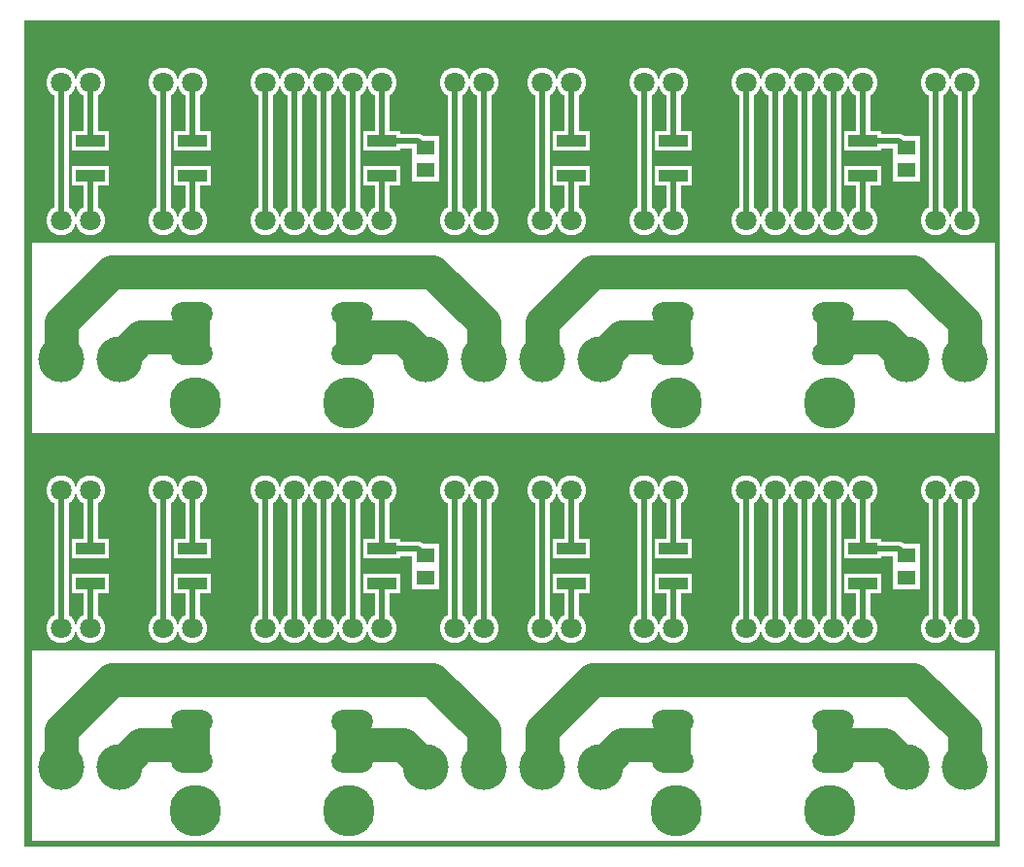
<source format=gbr>
%FSLAX34Y34*%
%MOMM*%
%LNCOPPER_TOP*%
G71*
G01*
%ADD10C, 2.60*%
%ADD11R, 3.30X1.80*%
%ADD12C, 1.30*%
%ADD13C, 5.30*%
%ADD14C, 2.80*%
%ADD15C, 4.80*%
%ADD16C, 3.80*%
%ADD17C, 0.10*%
%ADD18R, 2.40X2.10*%
%ADD19C, 1.80*%
%ADD20R, 2.50X1.00*%
%ADD21C, 0.50*%
%ADD22C, 4.50*%
%ADD23C, 2.00*%
%ADD24C, 4.00*%
%ADD25C, 3.00*%
%ADD26R, 1.60X1.30*%
%LPD*%
G36*
X0Y1000000D02*
X850000Y1000000D01*
X850000Y280000D01*
X0Y280000D01*
X0Y1000000D01*
G37*
%LPC*%
X209550Y946150D02*
G54D10*
D03*
X234950Y946150D02*
G54D10*
D03*
X260350Y946150D02*
G54D10*
D03*
X285750Y946150D02*
G54D10*
D03*
X311150Y946150D02*
G54D10*
D03*
X31750Y946150D02*
G54D10*
D03*
X57150Y946150D02*
G54D10*
D03*
X120650Y946150D02*
G54D10*
D03*
X146050Y946150D02*
G54D10*
D03*
X374650Y946150D02*
G54D10*
D03*
X400050Y946150D02*
G54D10*
D03*
X209550Y825500D02*
G54D10*
D03*
X234950Y825500D02*
G54D10*
D03*
X260350Y825500D02*
G54D10*
D03*
X285750Y825500D02*
G54D10*
D03*
X311150Y825500D02*
G54D10*
D03*
X31750Y825500D02*
G54D10*
D03*
X57150Y825500D02*
G54D10*
D03*
X120650Y825500D02*
G54D10*
D03*
X146050Y825500D02*
G54D10*
D03*
X374650Y825500D02*
G54D10*
D03*
X400050Y825500D02*
G54D10*
D03*
X146050Y895350D02*
G54D11*
D03*
X146050Y864791D02*
G54D11*
D03*
X57150Y895350D02*
G54D11*
D03*
X57150Y864791D02*
G54D11*
D03*
X311150Y895350D02*
G54D11*
D03*
X311150Y864791D02*
G54D11*
D03*
G54D12*
X374650Y946150D02*
X374650Y825500D01*
G54D12*
X400050Y946150D02*
X400050Y825500D01*
G54D12*
X120650Y946150D02*
X120650Y825500D01*
G54D12*
X31750Y946150D02*
X31750Y825500D01*
G54D12*
X209550Y946150D02*
X209550Y825500D01*
G54D12*
X234950Y946150D02*
X234950Y825500D01*
G54D12*
X260350Y946150D02*
X260350Y825500D01*
G54D12*
X285750Y946150D02*
X285750Y825500D01*
G54D12*
X146050Y946150D02*
X146050Y895350D01*
G54D12*
X146050Y864791D02*
X146050Y825500D01*
G54D12*
X57150Y946150D02*
X57150Y895350D01*
G54D12*
X57150Y864791D02*
X57150Y825500D01*
G54D12*
X311150Y946150D02*
X311150Y895350D01*
G54D12*
X311150Y864791D02*
X311150Y825500D01*
X149225Y666750D02*
G54D13*
D03*
X282575Y666750D02*
G54D13*
D03*
X138112Y744538D02*
G54D14*
D03*
X139700Y744538D02*
G54D14*
D03*
X141288Y744538D02*
G54D14*
D03*
X142875Y744538D02*
G54D14*
D03*
X144462Y744538D02*
G54D14*
D03*
X146050Y744538D02*
G54D14*
D03*
X147638Y744538D02*
G54D14*
D03*
X149225Y744538D02*
G54D14*
D03*
X150812Y744538D02*
G54D14*
D03*
X152400Y744538D02*
G54D14*
D03*
X153988Y744538D02*
G54D14*
D03*
X138112Y709612D02*
G54D14*
D03*
X139700Y709612D02*
G54D14*
D03*
X141288Y709612D02*
G54D14*
D03*
X142875Y709612D02*
G54D14*
D03*
X144462Y709612D02*
G54D14*
D03*
X146050Y709612D02*
G54D14*
D03*
X147638Y709612D02*
G54D14*
D03*
X149225Y709612D02*
G54D14*
D03*
X150812Y709612D02*
G54D14*
D03*
X152400Y709612D02*
G54D14*
D03*
X153988Y709612D02*
G54D14*
D03*
X277812Y744538D02*
G54D14*
D03*
X279400Y744538D02*
G54D14*
D03*
X280988Y744538D02*
G54D14*
D03*
X282575Y744538D02*
G54D14*
D03*
X284162Y744538D02*
G54D14*
D03*
X285750Y744538D02*
G54D14*
D03*
X287338Y744538D02*
G54D14*
D03*
X288925Y744538D02*
G54D14*
D03*
X290512Y744538D02*
G54D14*
D03*
X292100Y744538D02*
G54D14*
D03*
X293688Y744538D02*
G54D14*
D03*
X279400Y709612D02*
G54D14*
D03*
X277812Y709612D02*
G54D14*
D03*
X280988Y709612D02*
G54D14*
D03*
X282575Y709612D02*
G54D14*
D03*
X284162Y709612D02*
G54D14*
D03*
X285750Y709612D02*
G54D14*
D03*
X287338Y709612D02*
G54D14*
D03*
X288925Y709612D02*
G54D14*
D03*
X290512Y709612D02*
G54D14*
D03*
X292100Y709612D02*
G54D14*
D03*
X293688Y709612D02*
G54D14*
D03*
X349250Y704850D02*
G54D15*
D03*
X400050Y704850D02*
G54D15*
D03*
X31750Y704850D02*
G54D15*
D03*
X82550Y704850D02*
G54D15*
D03*
G54D16*
X146050Y736600D02*
X146050Y717550D01*
G54D16*
X285750Y736600D02*
X285750Y717550D01*
G54D16*
X82550Y704850D02*
X101600Y723900D01*
X139700Y723900D01*
G54D16*
X349250Y704850D02*
X330200Y723900D01*
X292100Y723900D01*
G54D16*
X31750Y704850D02*
X31750Y736600D01*
X76200Y781050D01*
X355600Y781050D01*
X400050Y736600D01*
X400050Y704850D01*
G36*
X6350Y641350D02*
X425450Y641350D01*
X425450Y806450D01*
X6350Y806450D01*
X6350Y641350D01*
G37*
G54D17*
X6350Y641350D02*
X425450Y641350D01*
X425450Y806450D01*
X6350Y806450D01*
X6350Y641350D01*
X349250Y889000D02*
G54D18*
D03*
X349250Y870000D02*
G54D18*
D03*
G36*
X340250Y878950D02*
X358250Y878950D01*
X358250Y860950D01*
X340250Y860950D01*
X340250Y878950D01*
G37*
G54D12*
X311150Y895350D02*
X342900Y895350D01*
X349250Y889000D01*
X628650Y946150D02*
G54D10*
D03*
X654050Y946150D02*
G54D10*
D03*
X679450Y946150D02*
G54D10*
D03*
X704850Y946150D02*
G54D10*
D03*
X730250Y946150D02*
G54D10*
D03*
X450850Y946150D02*
G54D10*
D03*
X476250Y946150D02*
G54D10*
D03*
X539750Y946150D02*
G54D10*
D03*
X565150Y946150D02*
G54D10*
D03*
X793750Y946150D02*
G54D10*
D03*
X819150Y946150D02*
G54D10*
D03*
X628650Y825500D02*
G54D10*
D03*
X654050Y825500D02*
G54D10*
D03*
X679450Y825500D02*
G54D10*
D03*
X704850Y825500D02*
G54D10*
D03*
X730250Y825500D02*
G54D10*
D03*
X450850Y825500D02*
G54D10*
D03*
X476250Y825500D02*
G54D10*
D03*
X539750Y825500D02*
G54D10*
D03*
X565150Y825500D02*
G54D10*
D03*
X793750Y825500D02*
G54D10*
D03*
X819150Y825500D02*
G54D10*
D03*
X565150Y895350D02*
G54D11*
D03*
X565150Y864791D02*
G54D11*
D03*
X476250Y895350D02*
G54D11*
D03*
X476250Y864791D02*
G54D11*
D03*
X730250Y895350D02*
G54D11*
D03*
X730250Y864791D02*
G54D11*
D03*
G54D12*
X793750Y946150D02*
X793750Y825500D01*
G54D12*
X819150Y946150D02*
X819150Y825500D01*
G54D12*
X539750Y946150D02*
X539750Y825500D01*
G54D12*
X450850Y946150D02*
X450850Y825500D01*
G54D12*
X628650Y946150D02*
X628650Y825500D01*
G54D12*
X654050Y946150D02*
X654050Y825500D01*
G54D12*
X679450Y946150D02*
X679450Y825500D01*
G54D12*
X704850Y946150D02*
X704850Y825500D01*
G54D12*
X565150Y946150D02*
X565150Y895350D01*
G54D12*
X565150Y864791D02*
X565150Y825500D01*
G54D12*
X476250Y946150D02*
X476250Y895350D01*
G54D12*
X476250Y864791D02*
X476250Y825500D01*
G54D12*
X730250Y946150D02*
X730250Y895350D01*
G54D12*
X730250Y864791D02*
X730250Y825500D01*
X568325Y666750D02*
G54D13*
D03*
X701675Y666750D02*
G54D13*
D03*
X557212Y744538D02*
G54D14*
D03*
X558800Y744538D02*
G54D14*
D03*
X560388Y744538D02*
G54D14*
D03*
X561975Y744538D02*
G54D14*
D03*
X563562Y744538D02*
G54D14*
D03*
X565150Y744538D02*
G54D14*
D03*
X566738Y744538D02*
G54D14*
D03*
X568325Y744538D02*
G54D14*
D03*
X569912Y744538D02*
G54D14*
D03*
X571500Y744538D02*
G54D14*
D03*
X573088Y744538D02*
G54D14*
D03*
X557212Y709612D02*
G54D14*
D03*
X558800Y709612D02*
G54D14*
D03*
X560388Y709612D02*
G54D14*
D03*
X561975Y709612D02*
G54D14*
D03*
X563562Y709612D02*
G54D14*
D03*
X565150Y709612D02*
G54D14*
D03*
X566738Y709612D02*
G54D14*
D03*
X568325Y709612D02*
G54D14*
D03*
X569912Y709612D02*
G54D14*
D03*
X571500Y709612D02*
G54D14*
D03*
X573088Y709612D02*
G54D14*
D03*
X696912Y744538D02*
G54D14*
D03*
X698500Y744538D02*
G54D14*
D03*
X700088Y744538D02*
G54D14*
D03*
X701675Y744538D02*
G54D14*
D03*
X703262Y744538D02*
G54D14*
D03*
X704850Y744538D02*
G54D14*
D03*
X706438Y744538D02*
G54D14*
D03*
X708025Y744538D02*
G54D14*
D03*
X709612Y744538D02*
G54D14*
D03*
X711200Y744538D02*
G54D14*
D03*
X712788Y744538D02*
G54D14*
D03*
X698500Y709612D02*
G54D14*
D03*
X696912Y709612D02*
G54D14*
D03*
X700088Y709612D02*
G54D14*
D03*
X701675Y709612D02*
G54D14*
D03*
X703262Y709612D02*
G54D14*
D03*
X704850Y709612D02*
G54D14*
D03*
X706438Y709612D02*
G54D14*
D03*
X708025Y709612D02*
G54D14*
D03*
X709612Y709612D02*
G54D14*
D03*
X711200Y709612D02*
G54D14*
D03*
X712788Y709612D02*
G54D14*
D03*
X768350Y704850D02*
G54D15*
D03*
X819150Y704850D02*
G54D15*
D03*
X450850Y704850D02*
G54D15*
D03*
X501650Y704850D02*
G54D15*
D03*
G54D16*
X565150Y736600D02*
X565150Y717550D01*
G54D16*
X704850Y736600D02*
X704850Y717550D01*
G54D16*
X501650Y704850D02*
X520700Y723900D01*
X558800Y723900D01*
G54D16*
X768350Y704850D02*
X749300Y723900D01*
X711200Y723900D01*
G54D16*
X450850Y704850D02*
X450850Y736600D01*
X495300Y781050D01*
X774700Y781050D01*
X819150Y736600D01*
X819150Y704850D01*
G36*
X425450Y641350D02*
X844550Y641350D01*
X844550Y806450D01*
X425450Y806450D01*
X425450Y641350D01*
G37*
G54D17*
X425450Y641350D02*
X844550Y641350D01*
X844550Y806450D01*
X425450Y806450D01*
X425450Y641350D01*
X768350Y889000D02*
G54D18*
D03*
X768350Y870000D02*
G54D18*
D03*
G36*
X759350Y878950D02*
X777350Y878950D01*
X777350Y860950D01*
X759350Y860950D01*
X759350Y878950D01*
G37*
G54D12*
X730250Y895350D02*
X762000Y895350D01*
X768350Y889000D01*
X209550Y590550D02*
G54D10*
D03*
X234950Y590550D02*
G54D10*
D03*
X260350Y590550D02*
G54D10*
D03*
X285750Y590550D02*
G54D10*
D03*
X311150Y590550D02*
G54D10*
D03*
X31750Y590550D02*
G54D10*
D03*
X57150Y590550D02*
G54D10*
D03*
X120650Y590550D02*
G54D10*
D03*
X146050Y590550D02*
G54D10*
D03*
X374650Y590550D02*
G54D10*
D03*
X400050Y590550D02*
G54D10*
D03*
X209550Y469900D02*
G54D10*
D03*
X234950Y469900D02*
G54D10*
D03*
X260350Y469900D02*
G54D10*
D03*
X285750Y469900D02*
G54D10*
D03*
X311150Y469900D02*
G54D10*
D03*
X31750Y469900D02*
G54D10*
D03*
X57150Y469900D02*
G54D10*
D03*
X120650Y469900D02*
G54D10*
D03*
X146050Y469900D02*
G54D10*
D03*
X374650Y469900D02*
G54D10*
D03*
X400050Y469900D02*
G54D10*
D03*
X146050Y539750D02*
G54D11*
D03*
X146050Y509191D02*
G54D11*
D03*
X57150Y539750D02*
G54D11*
D03*
X57150Y509191D02*
G54D11*
D03*
X311150Y539750D02*
G54D11*
D03*
X311150Y509191D02*
G54D11*
D03*
G54D12*
X374650Y590550D02*
X374650Y469900D01*
G54D12*
X400050Y590550D02*
X400050Y469900D01*
G54D12*
X120650Y590550D02*
X120650Y469900D01*
G54D12*
X31750Y590550D02*
X31750Y469900D01*
G54D12*
X209550Y590550D02*
X209550Y469900D01*
G54D12*
X234950Y590550D02*
X234950Y469900D01*
G54D12*
X260350Y590550D02*
X260350Y469900D01*
G54D12*
X285750Y590550D02*
X285750Y469900D01*
G54D12*
X146050Y590550D02*
X146050Y539750D01*
G54D12*
X146050Y509191D02*
X146050Y469900D01*
G54D12*
X57150Y590550D02*
X57150Y539750D01*
G54D12*
X57150Y509191D02*
X57150Y469900D01*
G54D12*
X311150Y590550D02*
X311150Y539750D01*
G54D12*
X311150Y509191D02*
X311150Y469900D01*
X149225Y311150D02*
G54D13*
D03*
X282575Y311150D02*
G54D13*
D03*
X138112Y388938D02*
G54D14*
D03*
X139700Y388938D02*
G54D14*
D03*
X141288Y388938D02*
G54D14*
D03*
X142875Y388938D02*
G54D14*
D03*
X144462Y388938D02*
G54D14*
D03*
X146050Y388938D02*
G54D14*
D03*
X147638Y388938D02*
G54D14*
D03*
X149225Y388938D02*
G54D14*
D03*
X150812Y388938D02*
G54D14*
D03*
X152400Y388938D02*
G54D14*
D03*
X153988Y388938D02*
G54D14*
D03*
X138112Y354012D02*
G54D14*
D03*
X139700Y354012D02*
G54D14*
D03*
X141288Y354012D02*
G54D14*
D03*
X142875Y354012D02*
G54D14*
D03*
X144462Y354012D02*
G54D14*
D03*
X146050Y354012D02*
G54D14*
D03*
X147638Y354012D02*
G54D14*
D03*
X149225Y354012D02*
G54D14*
D03*
X150812Y354012D02*
G54D14*
D03*
X152400Y354012D02*
G54D14*
D03*
X153988Y354012D02*
G54D14*
D03*
X277812Y388938D02*
G54D14*
D03*
X279400Y388938D02*
G54D14*
D03*
X280988Y388938D02*
G54D14*
D03*
X282575Y388938D02*
G54D14*
D03*
X284162Y388938D02*
G54D14*
D03*
X285750Y388938D02*
G54D14*
D03*
X287338Y388938D02*
G54D14*
D03*
X288925Y388938D02*
G54D14*
D03*
X290512Y388938D02*
G54D14*
D03*
X292100Y388938D02*
G54D14*
D03*
X293688Y388938D02*
G54D14*
D03*
X279400Y354012D02*
G54D14*
D03*
X277812Y354012D02*
G54D14*
D03*
X280988Y354012D02*
G54D14*
D03*
X282575Y354012D02*
G54D14*
D03*
X284162Y354012D02*
G54D14*
D03*
X285750Y354012D02*
G54D14*
D03*
X287338Y354012D02*
G54D14*
D03*
X288925Y354012D02*
G54D14*
D03*
X290512Y354012D02*
G54D14*
D03*
X292100Y354012D02*
G54D14*
D03*
X293688Y354012D02*
G54D14*
D03*
X349250Y349250D02*
G54D15*
D03*
X400050Y349250D02*
G54D15*
D03*
X31750Y349250D02*
G54D15*
D03*
X82550Y349250D02*
G54D15*
D03*
G54D16*
X146050Y381000D02*
X146050Y361950D01*
G54D16*
X285750Y381000D02*
X285750Y361950D01*
G54D16*
X82550Y349250D02*
X101600Y368300D01*
X139700Y368300D01*
G54D16*
X349250Y349250D02*
X330200Y368300D01*
X292100Y368300D01*
G54D16*
X31750Y349250D02*
X31750Y381000D01*
X76200Y425450D01*
X355600Y425450D01*
X400050Y381000D01*
X400050Y349250D01*
G36*
X6350Y285750D02*
X425450Y285750D01*
X425450Y450850D01*
X6350Y450850D01*
X6350Y285750D01*
G37*
G54D17*
X6350Y285750D02*
X425450Y285750D01*
X425450Y450850D01*
X6350Y450850D01*
X6350Y285750D01*
X349250Y533400D02*
G54D18*
D03*
X349250Y514400D02*
G54D18*
D03*
G36*
X340250Y523350D02*
X358250Y523350D01*
X358250Y505350D01*
X340250Y505350D01*
X340250Y523350D01*
G37*
G54D12*
X311150Y539750D02*
X342900Y539750D01*
X349250Y533400D01*
X628650Y590550D02*
G54D10*
D03*
X654050Y590550D02*
G54D10*
D03*
X679450Y590550D02*
G54D10*
D03*
X704850Y590550D02*
G54D10*
D03*
X730250Y590550D02*
G54D10*
D03*
X450850Y590550D02*
G54D10*
D03*
X476250Y590550D02*
G54D10*
D03*
X539750Y590550D02*
G54D10*
D03*
X565150Y590550D02*
G54D10*
D03*
X793750Y590550D02*
G54D10*
D03*
X819150Y590550D02*
G54D10*
D03*
X628650Y469900D02*
G54D10*
D03*
X654050Y469900D02*
G54D10*
D03*
X679450Y469900D02*
G54D10*
D03*
X704850Y469900D02*
G54D10*
D03*
X730250Y469900D02*
G54D10*
D03*
X450850Y469900D02*
G54D10*
D03*
X476250Y469900D02*
G54D10*
D03*
X539750Y469900D02*
G54D10*
D03*
X565150Y469900D02*
G54D10*
D03*
X793750Y469900D02*
G54D10*
D03*
X819150Y469900D02*
G54D10*
D03*
X565150Y539750D02*
G54D11*
D03*
X565150Y509191D02*
G54D11*
D03*
X476250Y539750D02*
G54D11*
D03*
X476250Y509191D02*
G54D11*
D03*
X730250Y539750D02*
G54D11*
D03*
X730250Y509191D02*
G54D11*
D03*
G54D12*
X793750Y590550D02*
X793750Y469900D01*
G54D12*
X819150Y590550D02*
X819150Y469900D01*
G54D12*
X539750Y590550D02*
X539750Y469900D01*
G54D12*
X450850Y590550D02*
X450850Y469900D01*
G54D12*
X628650Y590550D02*
X628650Y469900D01*
G54D12*
X654050Y590550D02*
X654050Y469900D01*
G54D12*
X679450Y590550D02*
X679450Y469900D01*
G54D12*
X704850Y590550D02*
X704850Y469900D01*
G54D12*
X565150Y590550D02*
X565150Y539750D01*
G54D12*
X565150Y509191D02*
X565150Y469900D01*
G54D12*
X476250Y590550D02*
X476250Y539750D01*
G54D12*
X476250Y509191D02*
X476250Y469900D01*
G54D12*
X730250Y590550D02*
X730250Y539750D01*
G54D12*
X730250Y509191D02*
X730250Y469900D01*
X568325Y311150D02*
G54D13*
D03*
X701675Y311150D02*
G54D13*
D03*
X557212Y388938D02*
G54D14*
D03*
X558800Y388938D02*
G54D14*
D03*
X560388Y388938D02*
G54D14*
D03*
X561975Y388938D02*
G54D14*
D03*
X563562Y388938D02*
G54D14*
D03*
X565150Y388938D02*
G54D14*
D03*
X566738Y388938D02*
G54D14*
D03*
X568325Y388938D02*
G54D14*
D03*
X569912Y388938D02*
G54D14*
D03*
X571500Y388938D02*
G54D14*
D03*
X573088Y388938D02*
G54D14*
D03*
X557212Y354012D02*
G54D14*
D03*
X558800Y354012D02*
G54D14*
D03*
X560388Y354012D02*
G54D14*
D03*
X561975Y354012D02*
G54D14*
D03*
X563562Y354012D02*
G54D14*
D03*
X565150Y354012D02*
G54D14*
D03*
X566738Y354012D02*
G54D14*
D03*
X568325Y354012D02*
G54D14*
D03*
X569912Y354012D02*
G54D14*
D03*
X571500Y354012D02*
G54D14*
D03*
X573088Y354012D02*
G54D14*
D03*
X696912Y388938D02*
G54D14*
D03*
X698500Y388938D02*
G54D14*
D03*
X700088Y388938D02*
G54D14*
D03*
X701675Y388938D02*
G54D14*
D03*
X703262Y388938D02*
G54D14*
D03*
X704850Y388938D02*
G54D14*
D03*
X706438Y388938D02*
G54D14*
D03*
X708025Y388938D02*
G54D14*
D03*
X709612Y388938D02*
G54D14*
D03*
X711200Y388938D02*
G54D14*
D03*
X712788Y388938D02*
G54D14*
D03*
X698500Y354012D02*
G54D14*
D03*
X696912Y354012D02*
G54D14*
D03*
X700088Y354012D02*
G54D14*
D03*
X701675Y354012D02*
G54D14*
D03*
X703262Y354012D02*
G54D14*
D03*
X704850Y354012D02*
G54D14*
D03*
X706438Y354012D02*
G54D14*
D03*
X708025Y354012D02*
G54D14*
D03*
X709612Y354012D02*
G54D14*
D03*
X711200Y354012D02*
G54D14*
D03*
X712788Y354012D02*
G54D14*
D03*
X768350Y349250D02*
G54D15*
D03*
X819150Y349250D02*
G54D15*
D03*
X450850Y349250D02*
G54D15*
D03*
X501650Y349250D02*
G54D15*
D03*
G54D16*
X565150Y381000D02*
X565150Y361950D01*
G54D16*
X704850Y381000D02*
X704850Y361950D01*
G54D16*
X501650Y349250D02*
X520700Y368300D01*
X558800Y368300D01*
G54D16*
X768350Y349250D02*
X749300Y368300D01*
X711200Y368300D01*
G54D16*
X450850Y349250D02*
X450850Y381000D01*
X495300Y425450D01*
X774700Y425450D01*
X819150Y381000D01*
X819150Y349250D01*
G36*
X425450Y285750D02*
X844550Y285750D01*
X844550Y450850D01*
X425450Y450850D01*
X425450Y285750D01*
G37*
G54D17*
X425450Y285750D02*
X844550Y285750D01*
X844550Y450850D01*
X425450Y450850D01*
X425450Y285750D01*
X768350Y533400D02*
G54D18*
D03*
X768350Y514400D02*
G54D18*
D03*
G36*
X759350Y523350D02*
X777350Y523350D01*
X777350Y505350D01*
X759350Y505350D01*
X759350Y523350D01*
G37*
G54D12*
X730250Y539750D02*
X762000Y539750D01*
X768350Y533400D01*
%LPD*%
X209550Y946150D02*
G54D19*
D03*
X234950Y946150D02*
G54D19*
D03*
X260350Y946150D02*
G54D19*
D03*
X285750Y946150D02*
G54D19*
D03*
X311150Y946150D02*
G54D19*
D03*
X31750Y946150D02*
G54D19*
D03*
X57150Y946150D02*
G54D19*
D03*
X120650Y946150D02*
G54D19*
D03*
X146050Y946150D02*
G54D19*
D03*
X374650Y946150D02*
G54D19*
D03*
X400050Y946150D02*
G54D19*
D03*
X209550Y825500D02*
G54D19*
D03*
X234950Y825500D02*
G54D19*
D03*
X260350Y825500D02*
G54D19*
D03*
X285750Y825500D02*
G54D19*
D03*
X311150Y825500D02*
G54D19*
D03*
X31750Y825500D02*
G54D19*
D03*
X57150Y825500D02*
G54D19*
D03*
X120650Y825500D02*
G54D19*
D03*
X146050Y825500D02*
G54D19*
D03*
X374650Y825500D02*
G54D19*
D03*
X400050Y825500D02*
G54D19*
D03*
X146050Y895350D02*
G54D20*
D03*
X146050Y864791D02*
G54D20*
D03*
X57150Y895350D02*
G54D20*
D03*
X57150Y864791D02*
G54D20*
D03*
X311150Y895350D02*
G54D20*
D03*
X311150Y864791D02*
G54D20*
D03*
G54D21*
X374650Y946150D02*
X374650Y825500D01*
G54D21*
X400050Y946150D02*
X400050Y825500D01*
G54D21*
X120650Y946150D02*
X120650Y825500D01*
G54D21*
X31750Y946150D02*
X31750Y825500D01*
G54D21*
X209550Y946150D02*
X209550Y825500D01*
G54D21*
X234950Y946150D02*
X234950Y825500D01*
G54D21*
X260350Y946150D02*
X260350Y825500D01*
G54D21*
X285750Y946150D02*
X285750Y825500D01*
G54D21*
X146050Y946150D02*
X146050Y895350D01*
G54D21*
X146050Y864791D02*
X146050Y825500D01*
G54D21*
X57150Y946150D02*
X57150Y895350D01*
G54D21*
X57150Y864791D02*
X57150Y825500D01*
G54D21*
X311150Y946150D02*
X311150Y895350D01*
G54D21*
X311150Y864791D02*
X311150Y825500D01*
X149225Y666750D02*
G54D22*
D03*
X282575Y666750D02*
G54D22*
D03*
X138112Y744538D02*
G54D23*
D03*
X139700Y744538D02*
G54D23*
D03*
X141288Y744538D02*
G54D23*
D03*
X142875Y744538D02*
G54D23*
D03*
X144462Y744538D02*
G54D23*
D03*
X146050Y744538D02*
G54D23*
D03*
X147638Y744538D02*
G54D23*
D03*
X149225Y744538D02*
G54D23*
D03*
X150812Y744538D02*
G54D23*
D03*
X152400Y744538D02*
G54D23*
D03*
X153988Y744538D02*
G54D23*
D03*
X138112Y709612D02*
G54D23*
D03*
X139700Y709612D02*
G54D23*
D03*
X141288Y709612D02*
G54D23*
D03*
X142875Y709612D02*
G54D23*
D03*
X144462Y709612D02*
G54D23*
D03*
X146050Y709612D02*
G54D23*
D03*
X147638Y709612D02*
G54D23*
D03*
X149225Y709612D02*
G54D23*
D03*
X150812Y709612D02*
G54D23*
D03*
X152400Y709612D02*
G54D23*
D03*
X153988Y709612D02*
G54D23*
D03*
X277812Y744538D02*
G54D23*
D03*
X279400Y744538D02*
G54D23*
D03*
X280988Y744538D02*
G54D23*
D03*
X282575Y744538D02*
G54D23*
D03*
X284162Y744538D02*
G54D23*
D03*
X285750Y744538D02*
G54D23*
D03*
X287338Y744538D02*
G54D23*
D03*
X288925Y744538D02*
G54D23*
D03*
X290512Y744538D02*
G54D23*
D03*
X292100Y744538D02*
G54D23*
D03*
X293688Y744538D02*
G54D23*
D03*
X279400Y709612D02*
G54D23*
D03*
X277812Y709612D02*
G54D23*
D03*
X280988Y709612D02*
G54D23*
D03*
X282575Y709612D02*
G54D23*
D03*
X284162Y709612D02*
G54D23*
D03*
X285750Y709612D02*
G54D23*
D03*
X287338Y709612D02*
G54D23*
D03*
X288925Y709612D02*
G54D23*
D03*
X290512Y709612D02*
G54D23*
D03*
X292100Y709612D02*
G54D23*
D03*
X293688Y709612D02*
G54D23*
D03*
X349250Y704850D02*
G54D24*
D03*
X400050Y704850D02*
G54D24*
D03*
X31750Y704850D02*
G54D24*
D03*
X82550Y704850D02*
G54D24*
D03*
G54D25*
X146050Y736600D02*
X146050Y717550D01*
G54D25*
X285750Y736600D02*
X285750Y717550D01*
G54D25*
X82550Y704850D02*
X101600Y723900D01*
X139700Y723900D01*
G54D25*
X349250Y704850D02*
X330200Y723900D01*
X292100Y723900D01*
G54D25*
X31750Y704850D02*
X31750Y736600D01*
X76200Y781050D01*
X355600Y781050D01*
X400050Y736600D01*
X400050Y704850D01*
X349250Y889000D02*
G54D26*
D03*
X349250Y870000D02*
G54D26*
D03*
G36*
X344250Y874950D02*
X354250Y874950D01*
X354250Y864950D01*
X344250Y864950D01*
X344250Y874950D01*
G37*
G54D21*
X311150Y895350D02*
X342900Y895350D01*
X349250Y889000D01*
X628650Y946150D02*
G54D19*
D03*
X654050Y946150D02*
G54D19*
D03*
X679450Y946150D02*
G54D19*
D03*
X704850Y946150D02*
G54D19*
D03*
X730250Y946150D02*
G54D19*
D03*
X450850Y946150D02*
G54D19*
D03*
X476250Y946150D02*
G54D19*
D03*
X539750Y946150D02*
G54D19*
D03*
X565150Y946150D02*
G54D19*
D03*
X793750Y946150D02*
G54D19*
D03*
X819150Y946150D02*
G54D19*
D03*
X628650Y825500D02*
G54D19*
D03*
X654050Y825500D02*
G54D19*
D03*
X679450Y825500D02*
G54D19*
D03*
X704850Y825500D02*
G54D19*
D03*
X730250Y825500D02*
G54D19*
D03*
X450850Y825500D02*
G54D19*
D03*
X476250Y825500D02*
G54D19*
D03*
X539750Y825500D02*
G54D19*
D03*
X565150Y825500D02*
G54D19*
D03*
X793750Y825500D02*
G54D19*
D03*
X819150Y825500D02*
G54D19*
D03*
X565150Y895350D02*
G54D20*
D03*
X565150Y864791D02*
G54D20*
D03*
X476250Y895350D02*
G54D20*
D03*
X476250Y864791D02*
G54D20*
D03*
X730250Y895350D02*
G54D20*
D03*
X730250Y864791D02*
G54D20*
D03*
G54D21*
X793750Y946150D02*
X793750Y825500D01*
G54D21*
X819150Y946150D02*
X819150Y825500D01*
G54D21*
X539750Y946150D02*
X539750Y825500D01*
G54D21*
X450850Y946150D02*
X450850Y825500D01*
G54D21*
X628650Y946150D02*
X628650Y825500D01*
G54D21*
X654050Y946150D02*
X654050Y825500D01*
G54D21*
X679450Y946150D02*
X679450Y825500D01*
G54D21*
X704850Y946150D02*
X704850Y825500D01*
G54D21*
X565150Y946150D02*
X565150Y895350D01*
G54D21*
X565150Y864791D02*
X565150Y825500D01*
G54D21*
X476250Y946150D02*
X476250Y895350D01*
G54D21*
X476250Y864791D02*
X476250Y825500D01*
G54D21*
X730250Y946150D02*
X730250Y895350D01*
G54D21*
X730250Y864791D02*
X730250Y825500D01*
X568325Y666750D02*
G54D22*
D03*
X701675Y666750D02*
G54D22*
D03*
X557212Y744538D02*
G54D23*
D03*
X558800Y744538D02*
G54D23*
D03*
X560388Y744538D02*
G54D23*
D03*
X561975Y744538D02*
G54D23*
D03*
X563562Y744538D02*
G54D23*
D03*
X565150Y744538D02*
G54D23*
D03*
X566738Y744538D02*
G54D23*
D03*
X568325Y744538D02*
G54D23*
D03*
X569912Y744538D02*
G54D23*
D03*
X571500Y744538D02*
G54D23*
D03*
X573088Y744538D02*
G54D23*
D03*
X557212Y709612D02*
G54D23*
D03*
X558800Y709612D02*
G54D23*
D03*
X560388Y709612D02*
G54D23*
D03*
X561975Y709612D02*
G54D23*
D03*
X563562Y709612D02*
G54D23*
D03*
X565150Y709612D02*
G54D23*
D03*
X566738Y709612D02*
G54D23*
D03*
X568325Y709612D02*
G54D23*
D03*
X569912Y709612D02*
G54D23*
D03*
X571500Y709612D02*
G54D23*
D03*
X573088Y709612D02*
G54D23*
D03*
X696912Y744538D02*
G54D23*
D03*
X698500Y744538D02*
G54D23*
D03*
X700088Y744538D02*
G54D23*
D03*
X701675Y744538D02*
G54D23*
D03*
X703262Y744538D02*
G54D23*
D03*
X704850Y744538D02*
G54D23*
D03*
X706438Y744538D02*
G54D23*
D03*
X708025Y744538D02*
G54D23*
D03*
X709612Y744538D02*
G54D23*
D03*
X711200Y744538D02*
G54D23*
D03*
X712788Y744538D02*
G54D23*
D03*
X698500Y709612D02*
G54D23*
D03*
X696912Y709612D02*
G54D23*
D03*
X700088Y709612D02*
G54D23*
D03*
X701675Y709612D02*
G54D23*
D03*
X703262Y709612D02*
G54D23*
D03*
X704850Y709612D02*
G54D23*
D03*
X706438Y709612D02*
G54D23*
D03*
X708025Y709612D02*
G54D23*
D03*
X709612Y709612D02*
G54D23*
D03*
X711200Y709612D02*
G54D23*
D03*
X712788Y709612D02*
G54D23*
D03*
X768350Y704850D02*
G54D24*
D03*
X819150Y704850D02*
G54D24*
D03*
X450850Y704850D02*
G54D24*
D03*
X501650Y704850D02*
G54D24*
D03*
G54D25*
X565150Y736600D02*
X565150Y717550D01*
G54D25*
X704850Y736600D02*
X704850Y717550D01*
G54D25*
X501650Y704850D02*
X520700Y723900D01*
X558800Y723900D01*
G54D25*
X768350Y704850D02*
X749300Y723900D01*
X711200Y723900D01*
G54D25*
X450850Y704850D02*
X450850Y736600D01*
X495300Y781050D01*
X774700Y781050D01*
X819150Y736600D01*
X819150Y704850D01*
X768350Y889000D02*
G54D26*
D03*
X768350Y870000D02*
G54D26*
D03*
G36*
X763350Y874950D02*
X773350Y874950D01*
X773350Y864950D01*
X763350Y864950D01*
X763350Y874950D01*
G37*
G54D21*
X730250Y895350D02*
X762000Y895350D01*
X768350Y889000D01*
X209550Y590550D02*
G54D19*
D03*
X234950Y590550D02*
G54D19*
D03*
X260350Y590550D02*
G54D19*
D03*
X285750Y590550D02*
G54D19*
D03*
X311150Y590550D02*
G54D19*
D03*
X31750Y590550D02*
G54D19*
D03*
X57150Y590550D02*
G54D19*
D03*
X120650Y590550D02*
G54D19*
D03*
X146050Y590550D02*
G54D19*
D03*
X374650Y590550D02*
G54D19*
D03*
X400050Y590550D02*
G54D19*
D03*
X209550Y469900D02*
G54D19*
D03*
X234950Y469900D02*
G54D19*
D03*
X260350Y469900D02*
G54D19*
D03*
X285750Y469900D02*
G54D19*
D03*
X311150Y469900D02*
G54D19*
D03*
X31750Y469900D02*
G54D19*
D03*
X57150Y469900D02*
G54D19*
D03*
X120650Y469900D02*
G54D19*
D03*
X146050Y469900D02*
G54D19*
D03*
X374650Y469900D02*
G54D19*
D03*
X400050Y469900D02*
G54D19*
D03*
X146050Y539750D02*
G54D20*
D03*
X146050Y509191D02*
G54D20*
D03*
X57150Y539750D02*
G54D20*
D03*
X57150Y509191D02*
G54D20*
D03*
X311150Y539750D02*
G54D20*
D03*
X311150Y509191D02*
G54D20*
D03*
G54D21*
X374650Y590550D02*
X374650Y469900D01*
G54D21*
X400050Y590550D02*
X400050Y469900D01*
G54D21*
X120650Y590550D02*
X120650Y469900D01*
G54D21*
X31750Y590550D02*
X31750Y469900D01*
G54D21*
X209550Y590550D02*
X209550Y469900D01*
G54D21*
X234950Y590550D02*
X234950Y469900D01*
G54D21*
X260350Y590550D02*
X260350Y469900D01*
G54D21*
X285750Y590550D02*
X285750Y469900D01*
G54D21*
X146050Y590550D02*
X146050Y539750D01*
G54D21*
X146050Y509191D02*
X146050Y469900D01*
G54D21*
X57150Y590550D02*
X57150Y539750D01*
G54D21*
X57150Y509191D02*
X57150Y469900D01*
G54D21*
X311150Y590550D02*
X311150Y539750D01*
G54D21*
X311150Y509191D02*
X311150Y469900D01*
X149225Y311150D02*
G54D22*
D03*
X282575Y311150D02*
G54D22*
D03*
X138112Y388938D02*
G54D23*
D03*
X139700Y388938D02*
G54D23*
D03*
X141288Y388938D02*
G54D23*
D03*
X142875Y388938D02*
G54D23*
D03*
X144462Y388938D02*
G54D23*
D03*
X146050Y388938D02*
G54D23*
D03*
X147638Y388938D02*
G54D23*
D03*
X149225Y388938D02*
G54D23*
D03*
X150812Y388938D02*
G54D23*
D03*
X152400Y388938D02*
G54D23*
D03*
X153988Y388938D02*
G54D23*
D03*
X138112Y354012D02*
G54D23*
D03*
X139700Y354012D02*
G54D23*
D03*
X141288Y354012D02*
G54D23*
D03*
X142875Y354012D02*
G54D23*
D03*
X144462Y354012D02*
G54D23*
D03*
X146050Y354012D02*
G54D23*
D03*
X147638Y354012D02*
G54D23*
D03*
X149225Y354012D02*
G54D23*
D03*
X150812Y354012D02*
G54D23*
D03*
X152400Y354012D02*
G54D23*
D03*
X153988Y354012D02*
G54D23*
D03*
X277812Y388938D02*
G54D23*
D03*
X279400Y388938D02*
G54D23*
D03*
X280988Y388938D02*
G54D23*
D03*
X282575Y388938D02*
G54D23*
D03*
X284162Y388938D02*
G54D23*
D03*
X285750Y388938D02*
G54D23*
D03*
X287338Y388938D02*
G54D23*
D03*
X288925Y388938D02*
G54D23*
D03*
X290512Y388938D02*
G54D23*
D03*
X292100Y388938D02*
G54D23*
D03*
X293688Y388938D02*
G54D23*
D03*
X279400Y354012D02*
G54D23*
D03*
X277812Y354012D02*
G54D23*
D03*
X280988Y354012D02*
G54D23*
D03*
X282575Y354012D02*
G54D23*
D03*
X284162Y354012D02*
G54D23*
D03*
X285750Y354012D02*
G54D23*
D03*
X287338Y354012D02*
G54D23*
D03*
X288925Y354012D02*
G54D23*
D03*
X290512Y354012D02*
G54D23*
D03*
X292100Y354012D02*
G54D23*
D03*
X293688Y354012D02*
G54D23*
D03*
X349250Y349250D02*
G54D24*
D03*
X400050Y349250D02*
G54D24*
D03*
X31750Y349250D02*
G54D24*
D03*
X82550Y349250D02*
G54D24*
D03*
G54D25*
X146050Y381000D02*
X146050Y361950D01*
G54D25*
X285750Y381000D02*
X285750Y361950D01*
G54D25*
X82550Y349250D02*
X101600Y368300D01*
X139700Y368300D01*
G54D25*
X349250Y349250D02*
X330200Y368300D01*
X292100Y368300D01*
G54D25*
X31750Y349250D02*
X31750Y381000D01*
X76200Y425450D01*
X355600Y425450D01*
X400050Y381000D01*
X400050Y349250D01*
X349250Y533400D02*
G54D26*
D03*
X349250Y514400D02*
G54D26*
D03*
G36*
X344250Y519350D02*
X354250Y519350D01*
X354250Y509350D01*
X344250Y509350D01*
X344250Y519350D01*
G37*
G54D21*
X311150Y539750D02*
X342900Y539750D01*
X349250Y533400D01*
X628650Y590550D02*
G54D19*
D03*
X654050Y590550D02*
G54D19*
D03*
X679450Y590550D02*
G54D19*
D03*
X704850Y590550D02*
G54D19*
D03*
X730250Y590550D02*
G54D19*
D03*
X450850Y590550D02*
G54D19*
D03*
X476250Y590550D02*
G54D19*
D03*
X539750Y590550D02*
G54D19*
D03*
X565150Y590550D02*
G54D19*
D03*
X793750Y590550D02*
G54D19*
D03*
X819150Y590550D02*
G54D19*
D03*
X628650Y469900D02*
G54D19*
D03*
X654050Y469900D02*
G54D19*
D03*
X679450Y469900D02*
G54D19*
D03*
X704850Y469900D02*
G54D19*
D03*
X730250Y469900D02*
G54D19*
D03*
X450850Y469900D02*
G54D19*
D03*
X476250Y469900D02*
G54D19*
D03*
X539750Y469900D02*
G54D19*
D03*
X565150Y469900D02*
G54D19*
D03*
X793750Y469900D02*
G54D19*
D03*
X819150Y469900D02*
G54D19*
D03*
X565150Y539750D02*
G54D20*
D03*
X565150Y509191D02*
G54D20*
D03*
X476250Y539750D02*
G54D20*
D03*
X476250Y509191D02*
G54D20*
D03*
X730250Y539750D02*
G54D20*
D03*
X730250Y509191D02*
G54D20*
D03*
G54D21*
X793750Y590550D02*
X793750Y469900D01*
G54D21*
X819150Y590550D02*
X819150Y469900D01*
G54D21*
X539750Y590550D02*
X539750Y469900D01*
G54D21*
X450850Y590550D02*
X450850Y469900D01*
G54D21*
X628650Y590550D02*
X628650Y469900D01*
G54D21*
X654050Y590550D02*
X654050Y469900D01*
G54D21*
X679450Y590550D02*
X679450Y469900D01*
G54D21*
X704850Y590550D02*
X704850Y469900D01*
G54D21*
X565150Y590550D02*
X565150Y539750D01*
G54D21*
X565150Y509191D02*
X565150Y469900D01*
G54D21*
X476250Y590550D02*
X476250Y539750D01*
G54D21*
X476250Y509191D02*
X476250Y469900D01*
G54D21*
X730250Y590550D02*
X730250Y539750D01*
G54D21*
X730250Y509191D02*
X730250Y469900D01*
X568325Y311150D02*
G54D22*
D03*
X701675Y311150D02*
G54D22*
D03*
X557212Y388938D02*
G54D23*
D03*
X558800Y388938D02*
G54D23*
D03*
X560388Y388938D02*
G54D23*
D03*
X561975Y388938D02*
G54D23*
D03*
X563562Y388938D02*
G54D23*
D03*
X565150Y388938D02*
G54D23*
D03*
X566738Y388938D02*
G54D23*
D03*
X568325Y388938D02*
G54D23*
D03*
X569912Y388938D02*
G54D23*
D03*
X571500Y388938D02*
G54D23*
D03*
X573088Y388938D02*
G54D23*
D03*
X557212Y354012D02*
G54D23*
D03*
X558800Y354012D02*
G54D23*
D03*
X560388Y354012D02*
G54D23*
D03*
X561975Y354012D02*
G54D23*
D03*
X563562Y354012D02*
G54D23*
D03*
X565150Y354012D02*
G54D23*
D03*
X566738Y354012D02*
G54D23*
D03*
X568325Y354012D02*
G54D23*
D03*
X569912Y354012D02*
G54D23*
D03*
X571500Y354012D02*
G54D23*
D03*
X573088Y354012D02*
G54D23*
D03*
X696912Y388938D02*
G54D23*
D03*
X698500Y388938D02*
G54D23*
D03*
X700088Y388938D02*
G54D23*
D03*
X701675Y388938D02*
G54D23*
D03*
X703262Y388938D02*
G54D23*
D03*
X704850Y388938D02*
G54D23*
D03*
X706438Y388938D02*
G54D23*
D03*
X708025Y388938D02*
G54D23*
D03*
X709612Y388938D02*
G54D23*
D03*
X711200Y388938D02*
G54D23*
D03*
X712788Y388938D02*
G54D23*
D03*
X698500Y354012D02*
G54D23*
D03*
X696912Y354012D02*
G54D23*
D03*
X700088Y354012D02*
G54D23*
D03*
X701675Y354012D02*
G54D23*
D03*
X703262Y354012D02*
G54D23*
D03*
X704850Y354012D02*
G54D23*
D03*
X706438Y354012D02*
G54D23*
D03*
X708025Y354012D02*
G54D23*
D03*
X709612Y354012D02*
G54D23*
D03*
X711200Y354012D02*
G54D23*
D03*
X712788Y354012D02*
G54D23*
D03*
X768350Y349250D02*
G54D24*
D03*
X819150Y349250D02*
G54D24*
D03*
X450850Y349250D02*
G54D24*
D03*
X501650Y349250D02*
G54D24*
D03*
G54D25*
X565150Y381000D02*
X565150Y361950D01*
G54D25*
X704850Y381000D02*
X704850Y361950D01*
G54D25*
X501650Y349250D02*
X520700Y368300D01*
X558800Y368300D01*
G54D25*
X768350Y349250D02*
X749300Y368300D01*
X711200Y368300D01*
G54D25*
X450850Y349250D02*
X450850Y381000D01*
X495300Y425450D01*
X774700Y425450D01*
X819150Y381000D01*
X819150Y349250D01*
X768350Y533400D02*
G54D26*
D03*
X768350Y514400D02*
G54D26*
D03*
G36*
X763350Y519350D02*
X773350Y519350D01*
X773350Y509350D01*
X763350Y509350D01*
X763350Y519350D01*
G37*
G54D21*
X730250Y539750D02*
X762000Y539750D01*
X768350Y533400D01*
M02*

</source>
